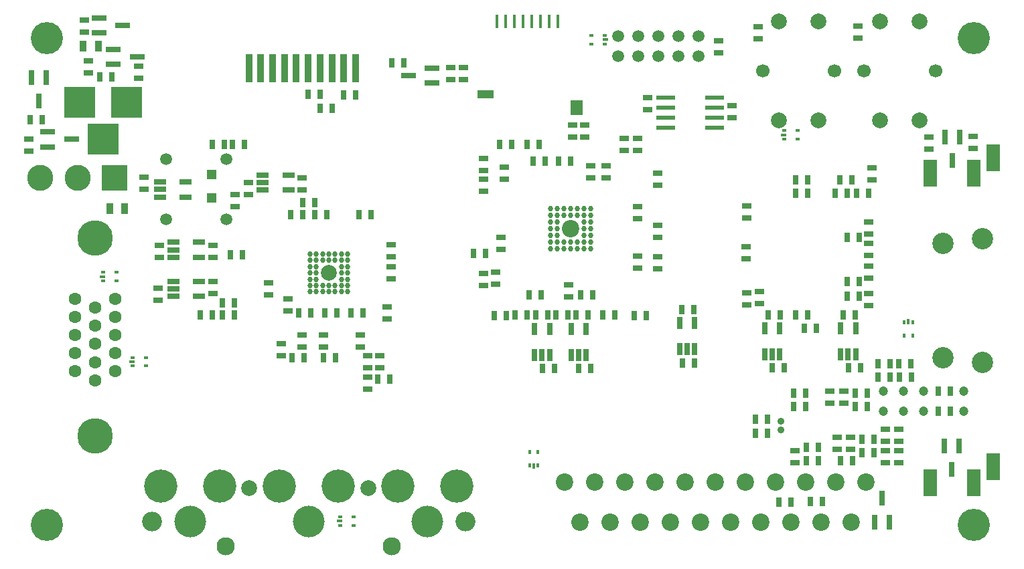
<source format=gbr>
G04 #@! TF.GenerationSoftware,KiCad,Pcbnew,5.1.7+dfsg1-1*
G04 #@! TF.CreationDate,2021-01-11T18:10:15+02:00*
G04 #@! TF.ProjectId,ossc_board,6f737363-5f62-46f6-9172-642e6b696361,rev?*
G04 #@! TF.SameCoordinates,Original*
G04 #@! TF.FileFunction,Soldermask,Bot*
G04 #@! TF.FilePolarity,Negative*
%FSLAX46Y46*%
G04 Gerber Fmt 4.6, Leading zero omitted, Abs format (unit mm)*
G04 Created by KiCad (PCBNEW 5.1.7+dfsg1-1) date 2021-01-11 18:10:15*
%MOMM*%
%LPD*%
G01*
G04 APERTURE LIST*
%ADD10R,0.500000X0.380000*%
%ADD11R,0.650000X0.300000*%
%ADD12R,0.635000X1.143000*%
%ADD13C,1.500000*%
%ADD14R,0.800000X1.900000*%
%ADD15R,1.560000X0.650000*%
%ADD16C,1.200000*%
%ADD17R,1.143000X0.635000*%
%ADD18R,0.889000X1.397000*%
%ADD19R,1.900000X0.800000*%
%ADD20R,1.300000X1.300000*%
%ADD21R,0.380000X0.500000*%
%ADD22R,0.300000X0.650000*%
%ADD23C,1.506220*%
%ADD24C,4.064000*%
%ADD25R,0.650000X1.560000*%
%ADD26R,1.500000X1.900000*%
%ADD27R,2.000000X1.000000*%
%ADD28R,0.400000X1.750000*%
%ADD29C,1.600000*%
%ADD30C,4.500000*%
%ADD31C,2.200000*%
%ADD32C,2.000000*%
%ADD33C,1.700000*%
%ADD34R,2.350000X0.600000*%
%ADD35C,2.300000*%
%ADD36C,4.200000*%
%ADD37C,4.000000*%
%ADD38O,2.500000X2.500000*%
%ADD39R,4.000000X4.000000*%
%ADD40R,1.700000X3.500000*%
%ADD41R,3.300000X3.300000*%
%ADD42C,3.300000*%
%ADD43R,0.900000X3.600000*%
%ADD44C,0.690000*%
%ADD45C,2.700000*%
%ADD46C,0.900000*%
G04 APERTURE END LIST*
D10*
X79890000Y-20220000D03*
X79890000Y-21300000D03*
D11*
X81670000Y-20760000D03*
D10*
X81590000Y-21300000D03*
X81590000Y-20220000D03*
X106030000Y-33360000D03*
X106030000Y-32280000D03*
D11*
X104250000Y-32820000D03*
D10*
X104330000Y-32280000D03*
X104330000Y-33360000D03*
D12*
X120362000Y-63480000D03*
X118838000Y-63480000D03*
X120352000Y-61770000D03*
X118828000Y-61770000D03*
D13*
X33804500Y-43509300D03*
X33804500Y-35889300D03*
X26184500Y-35889300D03*
X26184500Y-43509300D03*
D14*
X125560000Y-36060000D03*
X126510000Y-33060000D03*
X124610000Y-33060000D03*
D15*
X28660000Y-40680000D03*
X28660000Y-38780000D03*
X25360000Y-38780000D03*
X25360000Y-39730000D03*
X25360000Y-40680000D03*
D16*
X127000000Y-67790000D03*
X127000000Y-65250000D03*
X116840000Y-67790000D03*
X119380000Y-67790000D03*
X121920000Y-67790000D03*
X116840000Y-65250000D03*
X119380000Y-65250000D03*
X121920000Y-65250000D03*
D12*
X111428000Y-74090000D03*
X112952000Y-74090000D03*
D17*
X117120000Y-70118000D03*
X117120000Y-71642000D03*
D12*
X107078000Y-72380000D03*
X108602000Y-72380000D03*
D17*
X117110000Y-74362000D03*
X117110000Y-72838000D03*
D12*
X117652000Y-63480000D03*
X116128000Y-63480000D03*
X116128000Y-61780000D03*
X117652000Y-61780000D03*
D17*
X8820000Y-33348000D03*
X8820000Y-34872000D03*
D12*
X10532000Y-30910000D03*
X9008000Y-30910000D03*
D17*
X15830000Y-18268000D03*
X15830000Y-19792000D03*
D18*
X17592500Y-21570000D03*
X15687500Y-21570000D03*
D17*
X16310000Y-23418000D03*
X16310000Y-24942000D03*
D12*
X17788000Y-25450000D03*
X19312000Y-25450000D03*
D19*
X11190000Y-34320000D03*
X11190000Y-32420000D03*
X14190000Y-33370000D03*
D14*
X9110000Y-25550000D03*
X11010000Y-25550000D03*
X10060000Y-28550000D03*
D19*
X19490000Y-23890000D03*
X19490000Y-21990000D03*
X22490000Y-22940000D03*
X56816000Y-25317000D03*
X59816000Y-26267000D03*
X59816000Y-24367000D03*
D20*
X31940000Y-40800000D03*
X31940000Y-37800000D03*
D21*
X119450000Y-58260000D03*
X120530000Y-58260000D03*
D22*
X119990000Y-56480000D03*
D21*
X120530000Y-56560000D03*
X119450000Y-56560000D03*
D19*
X17670000Y-19880000D03*
X17670000Y-17980000D03*
X20670000Y-18930000D03*
D10*
X18220000Y-51300000D03*
X18220000Y-50220000D03*
D11*
X18140000Y-50760000D03*
D10*
X19920000Y-50220000D03*
X19920000Y-51300000D03*
D14*
X125490000Y-75200000D03*
X126440000Y-72200000D03*
X124540000Y-72200000D03*
D10*
X49870000Y-82260000D03*
X49870000Y-81180000D03*
D11*
X48090000Y-81720000D03*
D10*
X48170000Y-81180000D03*
X48170000Y-82260000D03*
X23660000Y-62080000D03*
X23660000Y-61000000D03*
D11*
X21880000Y-61540000D03*
D10*
X21960000Y-61000000D03*
X21960000Y-62080000D03*
D21*
X73190000Y-72950000D03*
X72110000Y-72950000D03*
D22*
X72650000Y-74730000D03*
D21*
X72110000Y-74650000D03*
X73190000Y-74650000D03*
D14*
X116680000Y-78830000D03*
X115730000Y-81830000D03*
X117630000Y-81830000D03*
D17*
X112690000Y-72662000D03*
X112690000Y-71138000D03*
D12*
X115672000Y-71400000D03*
X114148000Y-71400000D03*
X107078000Y-74080000D03*
X108602000Y-74080000D03*
X114148000Y-73090000D03*
X115672000Y-73090000D03*
X113288000Y-67220000D03*
X114812000Y-67220000D03*
X114812000Y-65480000D03*
X113288000Y-65480000D03*
D17*
X34900000Y-41932000D03*
X34900000Y-40408000D03*
X23380000Y-39712000D03*
X23380000Y-38188000D03*
D23*
X93480000Y-20320000D03*
X93480000Y-22860000D03*
X90940000Y-20320000D03*
X90940000Y-22860000D03*
X88400000Y-20320000D03*
X88400000Y-22860000D03*
X85860000Y-20320000D03*
X85860000Y-22860000D03*
X83320000Y-20320000D03*
X83320000Y-22860000D03*
D24*
X11130000Y-20600000D03*
X11130000Y-82200000D03*
X128300000Y-82200000D03*
X128300000Y-20600000D03*
D15*
X27052000Y-48320100D03*
X27052000Y-47370100D03*
X27052000Y-46420100D03*
X30352000Y-46420100D03*
X30352000Y-48320100D03*
X38336000Y-39812000D03*
X38336000Y-38862000D03*
X38336000Y-37912000D03*
X41636000Y-37912000D03*
X41636000Y-39812000D03*
D25*
X103743800Y-60603400D03*
X102793800Y-60603400D03*
X101843800Y-60603400D03*
X101843800Y-57303400D03*
X103743800Y-57303400D03*
X113340000Y-60603400D03*
X112390000Y-60603400D03*
X111440000Y-60603400D03*
X111440000Y-57303400D03*
X113340000Y-57303400D03*
D15*
X27052000Y-53274000D03*
X27052000Y-52324000D03*
X27052000Y-51374000D03*
X30352000Y-51374000D03*
X30352000Y-53274000D03*
D25*
X74650000Y-60674600D03*
X73700000Y-60674600D03*
X72750000Y-60674600D03*
X72750000Y-57374600D03*
X74650000Y-57374600D03*
X79256000Y-60652600D03*
X78306000Y-60652600D03*
X77356000Y-60652600D03*
X77356000Y-57352600D03*
X79256000Y-57352600D03*
X92984000Y-59928000D03*
X92034000Y-59928000D03*
X91084000Y-59928000D03*
X91084000Y-56628000D03*
X92984000Y-56628000D03*
D26*
X78088000Y-29405000D03*
D27*
X66588000Y-27655000D03*
D28*
X75688000Y-18430000D03*
X74588000Y-18430000D03*
X73488000Y-18430000D03*
X72388000Y-18430000D03*
X71288000Y-18430000D03*
X70188000Y-18430000D03*
X69088000Y-18430000D03*
X67988000Y-18430000D03*
D29*
X17155500Y-59295400D03*
X17155500Y-57005400D03*
X17155500Y-54715400D03*
X19695500Y-62735400D03*
X19695500Y-60445400D03*
X19695500Y-58155400D03*
X19695500Y-55865400D03*
X19695500Y-53575400D03*
X17155500Y-63875400D03*
X17155500Y-61585400D03*
X14615500Y-62735400D03*
X14615500Y-60445400D03*
X14615500Y-58155400D03*
X14615500Y-55865400D03*
X14615500Y-53575400D03*
D30*
X17155500Y-70915400D03*
X17155500Y-45915400D03*
D31*
X112754600Y-81821200D03*
X110849600Y-76741200D03*
X108944600Y-81821200D03*
X107039600Y-76741200D03*
X105134600Y-81821200D03*
X103229600Y-76741200D03*
X101324600Y-81821200D03*
X99419600Y-76741200D03*
X97514600Y-81821200D03*
X95609600Y-76741200D03*
X93704600Y-81821200D03*
X91799600Y-76741200D03*
X78464600Y-81821200D03*
X87989600Y-76741200D03*
X89894600Y-81821200D03*
X84179600Y-76741200D03*
X86084600Y-81821200D03*
X80369600Y-76741200D03*
X82274600Y-81821200D03*
X76559600Y-76741200D03*
X114659600Y-76741200D03*
D32*
X103631000Y-18450000D03*
X108631000Y-18450000D03*
X103631000Y-30950000D03*
X108631000Y-30950000D03*
D33*
X110631000Y-24700000D03*
X101631000Y-24700000D03*
D32*
X116418000Y-18450000D03*
X121418000Y-18450000D03*
X116418000Y-30950000D03*
X121418000Y-30950000D03*
D33*
X123418000Y-24700000D03*
X114418000Y-24700000D03*
D34*
X95490300Y-28104200D03*
X95490300Y-29374200D03*
X95490300Y-30644200D03*
X95490300Y-31914200D03*
X89290300Y-31914200D03*
X89290300Y-30644200D03*
X89290300Y-29374200D03*
X89290300Y-28104200D03*
D32*
X51696000Y-77576200D03*
X36696000Y-77576200D03*
D35*
X33662620Y-84920720D03*
X54729380Y-84920720D03*
D36*
X55446000Y-77276200D03*
X62946000Y-77276200D03*
X25446000Y-77276200D03*
X32946000Y-77276200D03*
D37*
X29196000Y-81776200D03*
X44196000Y-81776200D03*
X59196000Y-81776200D03*
D38*
X63996000Y-81776200D03*
X24396000Y-81776200D03*
D36*
X47946000Y-77276200D03*
X40446000Y-77276200D03*
D39*
X21202140Y-28649000D03*
X15202660Y-28649000D03*
X18202400Y-33348000D03*
D18*
X19037500Y-42110000D03*
X20942500Y-42110000D03*
D17*
X40688600Y-60743200D03*
X40688600Y-59219200D03*
X46060000Y-59700000D03*
X46060000Y-58176000D03*
D12*
X30480000Y-55626000D03*
X32004000Y-55626000D03*
D17*
X81788000Y-38252400D03*
X81788000Y-36728400D03*
X79806800Y-36728400D03*
X79806800Y-38252400D03*
X77089000Y-51790600D03*
X77089000Y-53314600D03*
X87043600Y-29628200D03*
X87043600Y-28104200D03*
X96000000Y-22462000D03*
X96000000Y-20938000D03*
X77567000Y-33111000D03*
X77567000Y-31587000D03*
X79116000Y-33111000D03*
X79116000Y-31587000D03*
X97686200Y-30618800D03*
X97686200Y-29094800D03*
D12*
X113438000Y-40200000D03*
X114962000Y-40200000D03*
D17*
X22730000Y-25672000D03*
X22730000Y-24148000D03*
X41564900Y-53593100D03*
X41564900Y-55117100D03*
D12*
X112230000Y-53221000D03*
X113754000Y-53221000D03*
X112227000Y-51407000D03*
X113751000Y-51407000D03*
X112235000Y-45811000D03*
X113759000Y-45811000D03*
X34572000Y-34046000D03*
X36096000Y-34046000D03*
D17*
X113629000Y-19004000D03*
X113629000Y-20528000D03*
X100988000Y-19157000D03*
X100988000Y-20681000D03*
D12*
X34300500Y-48017800D03*
X35824500Y-48017800D03*
D17*
X63749000Y-24315000D03*
X63749000Y-25839000D03*
X53142000Y-62271000D03*
X53142000Y-60747000D03*
D12*
X54483000Y-63764000D03*
X52959000Y-63764000D03*
D17*
X62133000Y-24323000D03*
X62133000Y-25847000D03*
D12*
X56232000Y-23694000D03*
X54708000Y-23694000D03*
D17*
X115410000Y-38482000D03*
X115410000Y-36958000D03*
D12*
X42111000Y-60997200D03*
X43635000Y-60997200D03*
X46073400Y-60997200D03*
X47597400Y-60997200D03*
X42926000Y-55372000D03*
X44450000Y-55372000D03*
X49530000Y-55372000D03*
X51054000Y-55372000D03*
X46228000Y-55372000D03*
X47752000Y-55372000D03*
D17*
X54102000Y-56134000D03*
X54102000Y-54610000D03*
D12*
X33274000Y-55626000D03*
X34798000Y-55626000D03*
X33274000Y-54102000D03*
X34798000Y-54102000D03*
D17*
X39116000Y-51562000D03*
X39116000Y-53086000D03*
X54610000Y-51054000D03*
X54610000Y-49530000D03*
X54610000Y-48260000D03*
X54610000Y-46736000D03*
D12*
X33490000Y-34046000D03*
X31966000Y-34046000D03*
X52070000Y-42926000D03*
X50546000Y-42926000D03*
X43434000Y-41402000D03*
X44958000Y-41402000D03*
X46482000Y-42926000D03*
X44958000Y-42926000D03*
X45659000Y-29444000D03*
X47183000Y-29444000D03*
X50137400Y-27761300D03*
X48613400Y-27761300D03*
D17*
X25296200Y-46824000D03*
X25296200Y-48348000D03*
X36593000Y-40401000D03*
X36593000Y-38877000D03*
X32065300Y-48309900D03*
X32065300Y-46785900D03*
X43365000Y-39807000D03*
X43365000Y-38283000D03*
X25187000Y-53777000D03*
X25187000Y-52253000D03*
X84115000Y-34773000D03*
X84115000Y-33249000D03*
D12*
X77262000Y-36100000D03*
X75738000Y-36100000D03*
X71838000Y-34061000D03*
X73362000Y-34061000D03*
X69863000Y-34064000D03*
X68339000Y-34064000D03*
D17*
X85786000Y-34768000D03*
X85786000Y-33244000D03*
D12*
X74062000Y-36100000D03*
X72538000Y-36100000D03*
D17*
X66300000Y-35838000D03*
X66300000Y-37362000D03*
X88300000Y-39162000D03*
X88300000Y-37638000D03*
X66300000Y-39962000D03*
X66300000Y-38438000D03*
X68524000Y-45796000D03*
X68524000Y-47320000D03*
X88300000Y-45762000D03*
X88300000Y-44238000D03*
D12*
X44117600Y-27710500D03*
X45641600Y-27710500D03*
D17*
X85800000Y-49662000D03*
X85800000Y-48138000D03*
X88300000Y-49762000D03*
X88300000Y-48238000D03*
X66300000Y-51862000D03*
X66300000Y-50338000D03*
D12*
X85338000Y-55700000D03*
X86862000Y-55700000D03*
X78538000Y-53100000D03*
X80062000Y-53100000D03*
X72038000Y-53100000D03*
X73562000Y-53100000D03*
X69162000Y-55700000D03*
X67638000Y-55700000D03*
X82850000Y-55621000D03*
X81326000Y-55621000D03*
X75457000Y-55625000D03*
X76981000Y-55625000D03*
X70238000Y-55630000D03*
X71762000Y-55630000D03*
X107262000Y-55600000D03*
X105738000Y-55600000D03*
X108362000Y-57300000D03*
X106838000Y-57300000D03*
D17*
X115000000Y-52938000D03*
X115000000Y-54462000D03*
X99600000Y-52838000D03*
X99600000Y-54362000D03*
X115000000Y-50962000D03*
X115000000Y-49438000D03*
X115000000Y-48062000D03*
X115000000Y-46538000D03*
X99500000Y-48462000D03*
X99500000Y-46938000D03*
X115000000Y-45362000D03*
X115000000Y-43838000D03*
X99600000Y-41838000D03*
X99600000Y-43362000D03*
D12*
X105738000Y-38500000D03*
X107262000Y-38500000D03*
X107262000Y-40200000D03*
X105738000Y-40200000D03*
X110738000Y-40200000D03*
X112262000Y-40200000D03*
X112862000Y-38500000D03*
X111338000Y-38500000D03*
X104323000Y-62316000D03*
X102799000Y-62316000D03*
X113929000Y-62311000D03*
X112405000Y-62311000D03*
X103762000Y-55600000D03*
X102238000Y-55600000D03*
X113320600Y-55600600D03*
X111796600Y-55600600D03*
X79859000Y-62395600D03*
X78335000Y-62395600D03*
X92964000Y-61696600D03*
X91440000Y-61696600D03*
X75230000Y-62390600D03*
X73706000Y-62390600D03*
D17*
X32105600Y-52908200D03*
X32105600Y-51384200D03*
D12*
X74447400Y-55630000D03*
X72923400Y-55630000D03*
X79522000Y-55625000D03*
X77998000Y-55625000D03*
X92862400Y-54914800D03*
X91338400Y-54914800D03*
D17*
X68935600Y-36931600D03*
X68935600Y-38455600D03*
X85800000Y-43462000D03*
X85800000Y-41938000D03*
X43312000Y-58167000D03*
X43312000Y-59691000D03*
X50703000Y-58177800D03*
X50703000Y-59701800D03*
X51656000Y-60747000D03*
X51656000Y-62271000D03*
X51664000Y-63482000D03*
X51664000Y-65006000D03*
X67807000Y-51694000D03*
X67807000Y-50170000D03*
D12*
X66553000Y-47859000D03*
X65029000Y-47859000D03*
X43429000Y-42896000D03*
X41905000Y-42896000D03*
D17*
X101150000Y-52642000D03*
X101150000Y-54166000D03*
D40*
X122806000Y-76830000D03*
X128306000Y-76830000D03*
X130706000Y-74830000D03*
D41*
X19666000Y-38298000D03*
D42*
X14966000Y-38298000D03*
X10266000Y-38298000D03*
D43*
X50126200Y-24406600D03*
X48626200Y-24406600D03*
X41126200Y-24406600D03*
X42626200Y-24406600D03*
X44126200Y-24406600D03*
X45626200Y-24406600D03*
X39626200Y-24406600D03*
X38126200Y-24406600D03*
X36626200Y-24406600D03*
X47126200Y-24406600D03*
D12*
X102182000Y-70580000D03*
X100658000Y-70580000D03*
X102172000Y-68840000D03*
X100648000Y-68840000D03*
D17*
X110070000Y-66752000D03*
X110070000Y-65228000D03*
X111820000Y-66752000D03*
X111820000Y-65228000D03*
D12*
X106982000Y-65510000D03*
X105458000Y-65510000D03*
X106982000Y-67240000D03*
X105458000Y-67240000D03*
D17*
X118810000Y-72838000D03*
X118810000Y-74362000D03*
X110990000Y-72662000D03*
X110990000Y-71138000D03*
X118810000Y-71642000D03*
X118810000Y-70118000D03*
X105640000Y-72818000D03*
X105640000Y-74342000D03*
D40*
X122798000Y-37676000D03*
X128298000Y-37676000D03*
X130698000Y-35676000D03*
D44*
X79850000Y-42150000D03*
X79850000Y-43000000D03*
X79850000Y-43850000D03*
X79850000Y-44700000D03*
X79850000Y-45550000D03*
X79850000Y-46400000D03*
X79850000Y-47250000D03*
X79000000Y-42150000D03*
X79000000Y-43000000D03*
X79000000Y-43850000D03*
X79000000Y-44700000D03*
X79000000Y-45550000D03*
X79000000Y-46400000D03*
X79000000Y-47250000D03*
X78150000Y-42150000D03*
X78150000Y-43000000D03*
X78150000Y-46400000D03*
X78150000Y-47250000D03*
X77300000Y-42150000D03*
X77300000Y-43000000D03*
X77300000Y-46400000D03*
X77300000Y-47250000D03*
X76450000Y-42150000D03*
X76450000Y-43000000D03*
X76450000Y-46400000D03*
X76450000Y-47250000D03*
X75600000Y-42150000D03*
X75600000Y-43000000D03*
X75600000Y-43850000D03*
X75600000Y-44700000D03*
X75600000Y-45550000D03*
X75600000Y-46400000D03*
X75600000Y-47250000D03*
X74750000Y-42150000D03*
X74750000Y-43000000D03*
X74750000Y-43850000D03*
X74750000Y-44700000D03*
X74750000Y-45550000D03*
X74750000Y-46400000D03*
X74750000Y-47250000D03*
D31*
X77300000Y-44700000D03*
D44*
X44336000Y-52692000D03*
X44336000Y-51892000D03*
X44336000Y-51092000D03*
X44336000Y-50292000D03*
X44336000Y-49492000D03*
X44336000Y-48692000D03*
X44336000Y-47892000D03*
X45136000Y-52692000D03*
X45136000Y-51892000D03*
X45136000Y-51092000D03*
X45136000Y-50292000D03*
X45136000Y-49492000D03*
X45136000Y-48692000D03*
X45136000Y-47892000D03*
X45936000Y-52692000D03*
X45936000Y-51892000D03*
X45936000Y-48692000D03*
X45936000Y-47892000D03*
X46736000Y-52692000D03*
X46736000Y-51892000D03*
X46736000Y-48692000D03*
X46736000Y-47892000D03*
X47536000Y-52692000D03*
X47536000Y-51892000D03*
X47536000Y-48692000D03*
X47536000Y-47892000D03*
X48336000Y-52692000D03*
X48336000Y-51892000D03*
X48336000Y-51092000D03*
X48336000Y-50292000D03*
X48336000Y-49492000D03*
X48336000Y-48692000D03*
X48336000Y-47892000D03*
X49136000Y-52692000D03*
X49136000Y-51892000D03*
X49136000Y-51092000D03*
X49136000Y-50292000D03*
X49136000Y-49492000D03*
X49136000Y-48692000D03*
X49136000Y-47892000D03*
D32*
X46736000Y-50292000D03*
D45*
X124400000Y-46550000D03*
X124400000Y-61050000D03*
X129350000Y-61650000D03*
X129350000Y-45950000D03*
D17*
X128180000Y-33028000D03*
X128180000Y-34552000D03*
X122560000Y-33078000D03*
X122560000Y-34602000D03*
D12*
X123768000Y-65260000D03*
X125292000Y-65260000D03*
X107628000Y-79270000D03*
X109152000Y-79270000D03*
X125302000Y-67770000D03*
X123778000Y-67770000D03*
X105182000Y-79280000D03*
X103658000Y-79280000D03*
D46*
X103861000Y-70197000D03*
X103861000Y-69097000D03*
M02*

</source>
